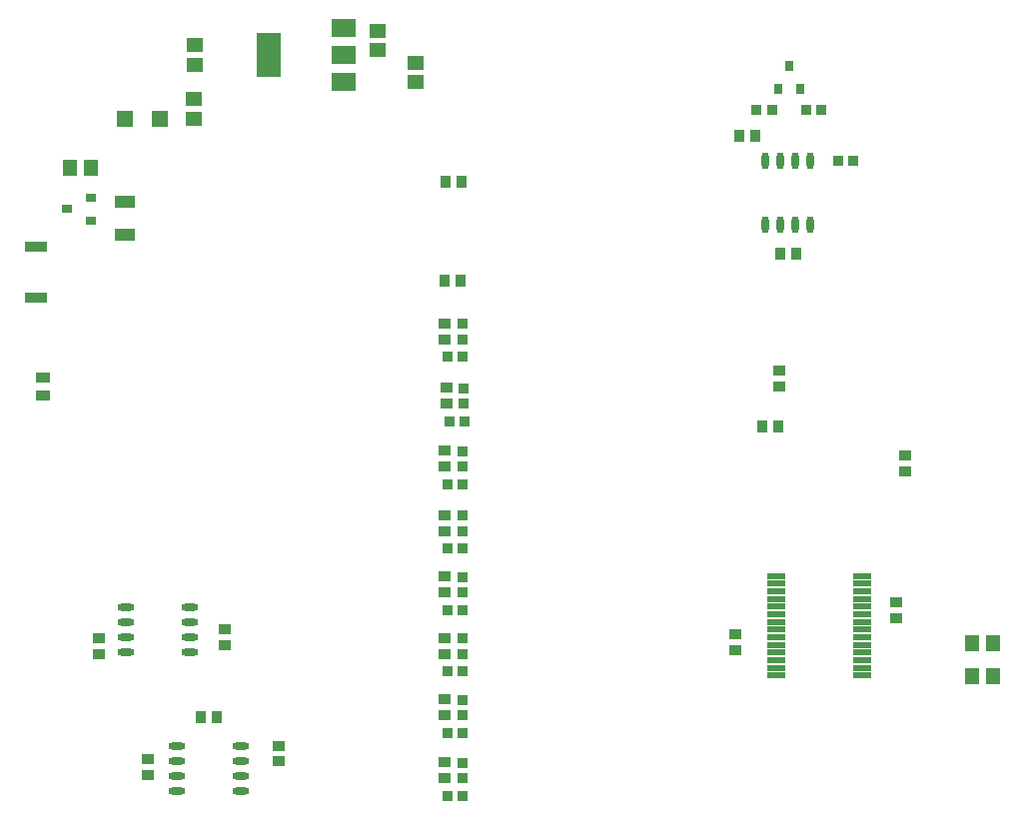
<source format=gbp>
G04*
G04 #@! TF.GenerationSoftware,Altium Limited,Altium Designer,19.0.12 (326)*
G04*
G04 Layer_Color=128*
%FSLAX25Y25*%
%MOIN*%
G70*
G01*
G75*
%ADD16R,0.03543X0.03937*%
%ADD20R,0.03937X0.03543*%
%ADD21R,0.03740X0.03347*%
%ADD25R,0.05315X0.04528*%
%ADD31R,0.03347X0.03740*%
%ADD63R,0.04528X0.05315*%
%ADD64R,0.03150X0.03543*%
%ADD65R,0.07874X0.14961*%
%ADD66R,0.07874X0.05906*%
%ADD67R,0.05315X0.05709*%
%ADD68O,0.05709X0.02362*%
%ADD69O,0.02362X0.05709*%
%ADD70R,0.06496X0.01929*%
%ADD71R,0.05512X0.05118*%
%ADD72R,0.04921X0.03740*%
%ADD73R,0.07480X0.03543*%
%ADD74R,0.03543X0.03150*%
%ADD75R,0.07087X0.03937*%
D16*
X272264Y189500D02*
D03*
X266949D02*
D03*
X253351Y229016D02*
D03*
X258666D02*
D03*
X160493Y213495D02*
D03*
X155178D02*
D03*
X160246Y180639D02*
D03*
X154931D02*
D03*
X73581Y34791D02*
D03*
X78896D02*
D03*
X261044Y131858D02*
D03*
X266359D02*
D03*
D20*
X252114Y57165D02*
D03*
Y62480D02*
D03*
X308500Y122171D02*
D03*
Y116856D02*
D03*
X81696Y64150D02*
D03*
Y58835D02*
D03*
X56000Y15779D02*
D03*
Y21094D02*
D03*
X99636Y20134D02*
D03*
Y25449D02*
D03*
X39603Y55988D02*
D03*
Y61303D02*
D03*
X266654Y145343D02*
D03*
Y150657D02*
D03*
X305500Y73138D02*
D03*
Y67823D02*
D03*
X155000Y14500D02*
D03*
Y19815D02*
D03*
Y40815D02*
D03*
Y35500D02*
D03*
Y102315D02*
D03*
Y97000D02*
D03*
Y123815D02*
D03*
Y118500D02*
D03*
Y81815D02*
D03*
Y76500D02*
D03*
Y61315D02*
D03*
Y56000D02*
D03*
X155500Y144815D02*
D03*
Y139500D02*
D03*
X155000Y166315D02*
D03*
Y161000D02*
D03*
D21*
X160953Y14598D02*
D03*
Y19716D02*
D03*
Y40716D02*
D03*
Y35598D02*
D03*
Y102216D02*
D03*
Y97098D02*
D03*
Y123716D02*
D03*
Y118598D02*
D03*
Y81716D02*
D03*
Y76598D02*
D03*
Y61216D02*
D03*
Y56098D02*
D03*
X161453Y144716D02*
D03*
Y139598D02*
D03*
X160953Y166216D02*
D03*
Y161098D02*
D03*
D25*
X71289Y241445D02*
D03*
Y234555D02*
D03*
X71500Y252555D02*
D03*
Y259445D02*
D03*
D31*
X264162Y237564D02*
D03*
X275544D02*
D03*
X259044D02*
D03*
X280662D02*
D03*
X286142Y220500D02*
D03*
X291261D02*
D03*
X155992Y8685D02*
D03*
X161110D02*
D03*
X155992Y29685D02*
D03*
X161110D02*
D03*
X155992Y91185D02*
D03*
X161110D02*
D03*
X155992Y112685D02*
D03*
X161110D02*
D03*
X155992Y70685D02*
D03*
X161110D02*
D03*
X155992Y50185D02*
D03*
X161110D02*
D03*
X156492Y133685D02*
D03*
X161610D02*
D03*
X155992Y155185D02*
D03*
X161110D02*
D03*
D63*
X337945Y48626D02*
D03*
X331055D02*
D03*
X337945Y59500D02*
D03*
X331055D02*
D03*
X30055Y218378D02*
D03*
X36945D02*
D03*
D64*
X270000Y252437D02*
D03*
X273740Y244563D02*
D03*
X266260D02*
D03*
D65*
X96376Y255866D02*
D03*
D66*
X121179Y246811D02*
D03*
Y255866D02*
D03*
Y264921D02*
D03*
D67*
X59807Y234500D02*
D03*
X48193D02*
D03*
D68*
X70028Y71658D02*
D03*
Y66658D02*
D03*
Y61658D02*
D03*
Y56657D02*
D03*
X48571Y71658D02*
D03*
Y66658D02*
D03*
Y61658D02*
D03*
Y56657D02*
D03*
X65510Y10134D02*
D03*
Y15134D02*
D03*
Y20134D02*
D03*
Y25134D02*
D03*
X86967Y10134D02*
D03*
Y15134D02*
D03*
Y20134D02*
D03*
Y25134D02*
D03*
D69*
X267000Y220728D02*
D03*
X272000D02*
D03*
X277000Y199272D02*
D03*
X272000D02*
D03*
X267000D02*
D03*
X262000D02*
D03*
X277000Y220728D02*
D03*
X262000D02*
D03*
D70*
X294285Y82059D02*
D03*
Y79500D02*
D03*
Y76941D02*
D03*
Y74382D02*
D03*
Y71823D02*
D03*
Y69264D02*
D03*
Y66705D02*
D03*
Y64146D02*
D03*
Y61587D02*
D03*
Y59028D02*
D03*
Y56468D02*
D03*
Y53909D02*
D03*
Y51350D02*
D03*
Y48791D02*
D03*
X265742Y82059D02*
D03*
Y79500D02*
D03*
Y76941D02*
D03*
Y74382D02*
D03*
Y71823D02*
D03*
Y69264D02*
D03*
Y66705D02*
D03*
Y64146D02*
D03*
Y61587D02*
D03*
Y59028D02*
D03*
Y56468D02*
D03*
Y53909D02*
D03*
Y51350D02*
D03*
Y48791D02*
D03*
D71*
X132682Y257716D02*
D03*
Y264016D02*
D03*
X145301Y247083D02*
D03*
Y253382D02*
D03*
D72*
X21000Y148322D02*
D03*
Y142220D02*
D03*
D73*
X18500Y174937D02*
D03*
Y192063D02*
D03*
D74*
X36937Y200760D02*
D03*
Y208240D02*
D03*
X29063Y204500D02*
D03*
D75*
X48331Y196089D02*
D03*
Y207112D02*
D03*
M02*

</source>
